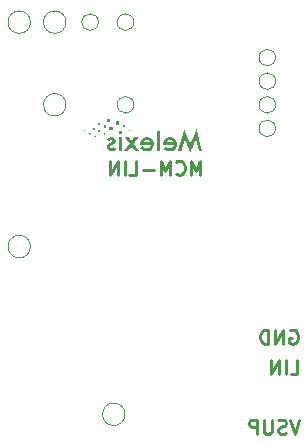
<source format=gbr>
%TF.GenerationSoftware,KiCad,Pcbnew,9.0.3-9.0.3-0~ubuntu24.04.1*%
%TF.CreationDate,2025-08-08T20:57:39+02:00*%
%TF.ProjectId,MCM-LIN,4d434d2d-4c49-44e2-9e6b-696361645f70,rev?*%
%TF.SameCoordinates,Original*%
%TF.FileFunction,Legend,Bot*%
%TF.FilePolarity,Positive*%
%FSLAX46Y46*%
G04 Gerber Fmt 4.6, Leading zero omitted, Abs format (unit mm)*
G04 Created by KiCad (PCBNEW 9.0.3-9.0.3-0~ubuntu24.04.1) date 2025-08-08 20:57:39*
%MOMM*%
%LPD*%
G01*
G04 APERTURE LIST*
%ADD10C,0.250000*%
%ADD11C,0.120000*%
%ADD12C,0.000000*%
G04 APERTURE END LIST*
D10*
X89721241Y-83462142D02*
X89321241Y-84662142D01*
X89321241Y-84662142D02*
X88921241Y-83462142D01*
X88578384Y-84605000D02*
X88406956Y-84662142D01*
X88406956Y-84662142D02*
X88121241Y-84662142D01*
X88121241Y-84662142D02*
X88006956Y-84605000D01*
X88006956Y-84605000D02*
X87949813Y-84547857D01*
X87949813Y-84547857D02*
X87892670Y-84433571D01*
X87892670Y-84433571D02*
X87892670Y-84319285D01*
X87892670Y-84319285D02*
X87949813Y-84205000D01*
X87949813Y-84205000D02*
X88006956Y-84147857D01*
X88006956Y-84147857D02*
X88121241Y-84090714D01*
X88121241Y-84090714D02*
X88349813Y-84033571D01*
X88349813Y-84033571D02*
X88464098Y-83976428D01*
X88464098Y-83976428D02*
X88521241Y-83919285D01*
X88521241Y-83919285D02*
X88578384Y-83805000D01*
X88578384Y-83805000D02*
X88578384Y-83690714D01*
X88578384Y-83690714D02*
X88521241Y-83576428D01*
X88521241Y-83576428D02*
X88464098Y-83519285D01*
X88464098Y-83519285D02*
X88349813Y-83462142D01*
X88349813Y-83462142D02*
X88064098Y-83462142D01*
X88064098Y-83462142D02*
X87892670Y-83519285D01*
X87378384Y-83462142D02*
X87378384Y-84433571D01*
X87378384Y-84433571D02*
X87321241Y-84547857D01*
X87321241Y-84547857D02*
X87264099Y-84605000D01*
X87264099Y-84605000D02*
X87149813Y-84662142D01*
X87149813Y-84662142D02*
X86921241Y-84662142D01*
X86921241Y-84662142D02*
X86806956Y-84605000D01*
X86806956Y-84605000D02*
X86749813Y-84547857D01*
X86749813Y-84547857D02*
X86692670Y-84433571D01*
X86692670Y-84433571D02*
X86692670Y-83462142D01*
X86121241Y-84662142D02*
X86121241Y-83462142D01*
X86121241Y-83462142D02*
X85664098Y-83462142D01*
X85664098Y-83462142D02*
X85549813Y-83519285D01*
X85549813Y-83519285D02*
X85492670Y-83576428D01*
X85492670Y-83576428D02*
X85435527Y-83690714D01*
X85435527Y-83690714D02*
X85435527Y-83862142D01*
X85435527Y-83862142D02*
X85492670Y-83976428D01*
X85492670Y-83976428D02*
X85549813Y-84033571D01*
X85549813Y-84033571D02*
X85664098Y-84090714D01*
X85664098Y-84090714D02*
X86121241Y-84090714D01*
X88978384Y-79582142D02*
X89549812Y-79582142D01*
X89549812Y-79582142D02*
X89549812Y-78382142D01*
X88578383Y-79582142D02*
X88578383Y-78382142D01*
X88006954Y-79582142D02*
X88006954Y-78382142D01*
X88006954Y-78382142D02*
X87321240Y-79582142D01*
X87321240Y-79582142D02*
X87321240Y-78382142D01*
X81328571Y-62742142D02*
X81328571Y-61542142D01*
X81328571Y-61542142D02*
X80928571Y-62399285D01*
X80928571Y-62399285D02*
X80528571Y-61542142D01*
X80528571Y-61542142D02*
X80528571Y-62742142D01*
X79271428Y-62627857D02*
X79328571Y-62685000D01*
X79328571Y-62685000D02*
X79499999Y-62742142D01*
X79499999Y-62742142D02*
X79614285Y-62742142D01*
X79614285Y-62742142D02*
X79785714Y-62685000D01*
X79785714Y-62685000D02*
X79899999Y-62570714D01*
X79899999Y-62570714D02*
X79957142Y-62456428D01*
X79957142Y-62456428D02*
X80014285Y-62227857D01*
X80014285Y-62227857D02*
X80014285Y-62056428D01*
X80014285Y-62056428D02*
X79957142Y-61827857D01*
X79957142Y-61827857D02*
X79899999Y-61713571D01*
X79899999Y-61713571D02*
X79785714Y-61599285D01*
X79785714Y-61599285D02*
X79614285Y-61542142D01*
X79614285Y-61542142D02*
X79499999Y-61542142D01*
X79499999Y-61542142D02*
X79328571Y-61599285D01*
X79328571Y-61599285D02*
X79271428Y-61656428D01*
X78757142Y-62742142D02*
X78757142Y-61542142D01*
X78757142Y-61542142D02*
X78357142Y-62399285D01*
X78357142Y-62399285D02*
X77957142Y-61542142D01*
X77957142Y-61542142D02*
X77957142Y-62742142D01*
X77385713Y-62285000D02*
X76471428Y-62285000D01*
X75328571Y-62742142D02*
X75899999Y-62742142D01*
X75899999Y-62742142D02*
X75899999Y-61542142D01*
X74928570Y-62742142D02*
X74928570Y-61542142D01*
X74357141Y-62742142D02*
X74357141Y-61542142D01*
X74357141Y-61542142D02*
X73671427Y-62742142D01*
X73671427Y-62742142D02*
X73671427Y-61542142D01*
X88921241Y-75899285D02*
X89035527Y-75842142D01*
X89035527Y-75842142D02*
X89206955Y-75842142D01*
X89206955Y-75842142D02*
X89378384Y-75899285D01*
X89378384Y-75899285D02*
X89492669Y-76013571D01*
X89492669Y-76013571D02*
X89549812Y-76127857D01*
X89549812Y-76127857D02*
X89606955Y-76356428D01*
X89606955Y-76356428D02*
X89606955Y-76527857D01*
X89606955Y-76527857D02*
X89549812Y-76756428D01*
X89549812Y-76756428D02*
X89492669Y-76870714D01*
X89492669Y-76870714D02*
X89378384Y-76985000D01*
X89378384Y-76985000D02*
X89206955Y-77042142D01*
X89206955Y-77042142D02*
X89092669Y-77042142D01*
X89092669Y-77042142D02*
X88921241Y-76985000D01*
X88921241Y-76985000D02*
X88864098Y-76927857D01*
X88864098Y-76927857D02*
X88864098Y-76527857D01*
X88864098Y-76527857D02*
X89092669Y-76527857D01*
X88349812Y-77042142D02*
X88349812Y-75842142D01*
X88349812Y-75842142D02*
X87664098Y-77042142D01*
X87664098Y-77042142D02*
X87664098Y-75842142D01*
X87092669Y-77042142D02*
X87092669Y-75842142D01*
X87092669Y-75842142D02*
X86806955Y-75842142D01*
X86806955Y-75842142D02*
X86635526Y-75899285D01*
X86635526Y-75899285D02*
X86521241Y-76013571D01*
X86521241Y-76013571D02*
X86464098Y-76127857D01*
X86464098Y-76127857D02*
X86406955Y-76356428D01*
X86406955Y-76356428D02*
X86406955Y-76527857D01*
X86406955Y-76527857D02*
X86464098Y-76756428D01*
X86464098Y-76756428D02*
X86521241Y-76870714D01*
X86521241Y-76870714D02*
X86635526Y-76985000D01*
X86635526Y-76985000D02*
X86806955Y-77042142D01*
X86806955Y-77042142D02*
X87092669Y-77042142D01*
D11*
%TO.C,TP11*%
X72700000Y-49800000D02*
G75*
G02*
X71300000Y-49800000I-700000J0D01*
G01*
X71300000Y-49800000D02*
G75*
G02*
X72700000Y-49800000I700000J0D01*
G01*
%TO.C,TP9*%
X75700000Y-49800000D02*
G75*
G02*
X74300000Y-49800000I-700000J0D01*
G01*
X74300000Y-49800000D02*
G75*
G02*
X75700000Y-49800000I700000J0D01*
G01*
%TO.C,TP6*%
X87700000Y-58800000D02*
G75*
G02*
X86300000Y-58800000I-700000J0D01*
G01*
X86300000Y-58800000D02*
G75*
G02*
X87700000Y-58800000I700000J0D01*
G01*
%TO.C,TP8*%
X66950000Y-68800000D02*
G75*
G02*
X65050000Y-68800000I-950000J0D01*
G01*
X65050000Y-68800000D02*
G75*
G02*
X66950000Y-68800000I950000J0D01*
G01*
%TO.C,TP2*%
X69950000Y-49800000D02*
G75*
G02*
X68050000Y-49800000I-950000J0D01*
G01*
X68050000Y-49800000D02*
G75*
G02*
X69950000Y-49800000I950000J0D01*
G01*
%TO.C,TP10*%
X74950000Y-83000000D02*
G75*
G02*
X73050000Y-83000000I-950000J0D01*
G01*
X73050000Y-83000000D02*
G75*
G02*
X74950000Y-83000000I950000J0D01*
G01*
%TO.C,TP7*%
X69950000Y-56800000D02*
G75*
G02*
X68050000Y-56800000I-950000J0D01*
G01*
X68050000Y-56800000D02*
G75*
G02*
X69950000Y-56800000I950000J0D01*
G01*
%TO.C,TP4*%
X87700000Y-52800000D02*
G75*
G02*
X86300000Y-52800000I-700000J0D01*
G01*
X86300000Y-52800000D02*
G75*
G02*
X87700000Y-52800000I700000J0D01*
G01*
%TO.C,TP1*%
X66950000Y-49800000D02*
G75*
G02*
X65050000Y-49800000I-950000J0D01*
G01*
X65050000Y-49800000D02*
G75*
G02*
X66950000Y-49800000I950000J0D01*
G01*
D12*
%TO.C,LOG1*%
G36*
X71603857Y-58995945D02*
G01*
X71507676Y-58995945D01*
X71507676Y-58907779D01*
X71603857Y-58907779D01*
X71603857Y-58995945D01*
G37*
G36*
X72389342Y-58915794D02*
G01*
X72229039Y-58915794D01*
X72229039Y-58755491D01*
X72389342Y-58755491D01*
X72389342Y-58915794D01*
G37*
G36*
X72846205Y-58507021D02*
G01*
X72645826Y-58507021D01*
X72645826Y-58298628D01*
X72846205Y-58298628D01*
X72846205Y-58507021D01*
G37*
G36*
X72846205Y-59132203D02*
G01*
X72669872Y-59132203D01*
X72669872Y-58955870D01*
X72846205Y-58955870D01*
X72846205Y-59132203D01*
G37*
G36*
X72902311Y-59637157D02*
G01*
X72830175Y-59637157D01*
X72830175Y-59573036D01*
X72902311Y-59573036D01*
X72902311Y-59637157D01*
G37*
G36*
X73375205Y-58731446D02*
G01*
X73142765Y-58731446D01*
X73142765Y-58499006D01*
X73375205Y-58499006D01*
X73375205Y-58731446D01*
G37*
G36*
X73295053Y-59316551D02*
G01*
X73158796Y-59316551D01*
X73158796Y-59172279D01*
X73295053Y-59172279D01*
X73295053Y-59316551D01*
G37*
G36*
X73695811Y-58242522D02*
G01*
X73415280Y-58242522D01*
X73415280Y-57961992D01*
X73695811Y-57961992D01*
X73695811Y-58242522D01*
G37*
G36*
X73904204Y-58939839D02*
G01*
X73623674Y-58939839D01*
X73623674Y-58659309D01*
X73904204Y-58659309D01*
X73904204Y-58939839D01*
G37*
G36*
X74681674Y-59260445D02*
G01*
X74409159Y-59260445D01*
X74409159Y-58987930D01*
X74681674Y-58987930D01*
X74681674Y-59260445D01*
G37*
G36*
X74681674Y-60703172D02*
G01*
X74409159Y-60703172D01*
X74409159Y-59557006D01*
X74681674Y-59557006D01*
X74681674Y-60703172D01*
G37*
G36*
X74954189Y-58707400D02*
G01*
X74777855Y-58707400D01*
X74777855Y-58531067D01*
X74954189Y-58531067D01*
X74954189Y-58707400D01*
G37*
G36*
X77903763Y-60703172D02*
G01*
X77631248Y-60703172D01*
X77631248Y-58987930D01*
X77903763Y-58987930D01*
X77903763Y-60703172D01*
G37*
G36*
X72517584Y-59565021D02*
G01*
X72356701Y-59565021D01*
X72361289Y-59408725D01*
X72439436Y-59406431D01*
X72517584Y-59404137D01*
X72517584Y-59565021D01*
G37*
G36*
X74433204Y-58483355D02*
G01*
X74294943Y-58481162D01*
X74156682Y-58478968D01*
X74154488Y-58340707D01*
X74152295Y-58202446D01*
X74433204Y-58202446D01*
X74433204Y-58483355D01*
G37*
G36*
X72032668Y-59192317D02*
G01*
X72035084Y-59243571D01*
X72035726Y-59268564D01*
X72035154Y-59292368D01*
X72033332Y-59305688D01*
X72025986Y-59311649D01*
X72006375Y-59315383D01*
X71972806Y-59316551D01*
X71916448Y-59316551D01*
X71916448Y-59187607D01*
X72032668Y-59192317D01*
G37*
G36*
X75401446Y-58963041D02*
G01*
X75402072Y-58988032D01*
X75401452Y-59011991D01*
X75399558Y-59025511D01*
X75398310Y-59027742D01*
X75389038Y-59032772D01*
X75369557Y-59034848D01*
X75337028Y-59034371D01*
X75278802Y-59032014D01*
X75278802Y-58911786D01*
X75399029Y-58911786D01*
X75401446Y-58963041D01*
G37*
G36*
X73875495Y-59543679D02*
G01*
X73946844Y-59567738D01*
X74011791Y-59604756D01*
X74068172Y-59654206D01*
X74100241Y-59695500D01*
X74130875Y-59755874D01*
X74148404Y-59821043D01*
X74152070Y-59887901D01*
X74141117Y-59953341D01*
X74138319Y-59962555D01*
X74121224Y-60005747D01*
X74098040Y-60044260D01*
X74067173Y-60079450D01*
X74027030Y-60112675D01*
X73976016Y-60145293D01*
X73912538Y-60178662D01*
X73835003Y-60214139D01*
X73821484Y-60220067D01*
X73780328Y-60238729D01*
X73742996Y-60256512D01*
X73713140Y-60271642D01*
X73694415Y-60282349D01*
X73679162Y-60293937D01*
X73655111Y-60319000D01*
X73638158Y-60345573D01*
X73631719Y-60368937D01*
X73631759Y-60371014D01*
X73640228Y-60399674D01*
X73661751Y-60427908D01*
X73693851Y-60452387D01*
X73706432Y-60459424D01*
X73729324Y-60469009D01*
X73754181Y-60473488D01*
X73787985Y-60474502D01*
X73828832Y-60471496D01*
X73868379Y-60460740D01*
X73907577Y-60440366D01*
X73951035Y-60408507D01*
X73985843Y-60380274D01*
X74091300Y-60431113D01*
X74107720Y-60439036D01*
X74143215Y-60456225D01*
X74172155Y-60470322D01*
X74191909Y-60480045D01*
X74199847Y-60484107D01*
X74200318Y-60487935D01*
X74192724Y-60502067D01*
X74176057Y-60524312D01*
X74151799Y-60552754D01*
X74121432Y-60585477D01*
X74072722Y-60630885D01*
X74008306Y-60675382D01*
X73937816Y-60706977D01*
X73858010Y-60727415D01*
X73834659Y-60730119D01*
X73799341Y-60731486D01*
X73763939Y-60730576D01*
X73692022Y-60720549D01*
X73620772Y-60697209D01*
X73555806Y-60659990D01*
X73494872Y-60607868D01*
X73471120Y-60582132D01*
X73428133Y-60520806D01*
X73400503Y-60455892D01*
X73388409Y-60387902D01*
X73392033Y-60317344D01*
X73399469Y-60281521D01*
X73417553Y-60229982D01*
X73444508Y-60183187D01*
X73481510Y-60140047D01*
X73529736Y-60099471D01*
X73590363Y-60060367D01*
X73664565Y-60021646D01*
X73753521Y-59982217D01*
X73777987Y-59971501D01*
X73828865Y-59944693D01*
X73867726Y-59917127D01*
X73892615Y-59890098D01*
X73898499Y-59879750D01*
X73901458Y-59863585D01*
X73896244Y-59841709D01*
X73894523Y-59836893D01*
X73880915Y-59814507D01*
X73859081Y-59799861D01*
X73826632Y-59791868D01*
X73781182Y-59789445D01*
X73756302Y-59789887D01*
X73727875Y-59792972D01*
X73703088Y-59800473D01*
X73674583Y-59814094D01*
X73651865Y-59826647D01*
X73622862Y-59844178D01*
X73600998Y-59859070D01*
X73574315Y-59879395D01*
X73552907Y-59859989D01*
X73540819Y-59849092D01*
X73518595Y-59829146D01*
X73490676Y-59804146D01*
X73460415Y-59777096D01*
X73389331Y-59713610D01*
X73424193Y-59682672D01*
X73439819Y-59669518D01*
X73488430Y-59634421D01*
X73543562Y-59601032D01*
X73599402Y-59572694D01*
X73650137Y-59552748D01*
X73722257Y-59536539D01*
X73799911Y-59533104D01*
X73875495Y-59543679D01*
G37*
G36*
X79333311Y-60004651D02*
G01*
X79344954Y-60096708D01*
X79343727Y-60190088D01*
X79329450Y-60281890D01*
X79301943Y-60369215D01*
X79278583Y-60419195D01*
X79228853Y-60496754D01*
X79167281Y-60565644D01*
X79095626Y-60624509D01*
X79015646Y-60671992D01*
X78929102Y-60706734D01*
X78837752Y-60727379D01*
X78831878Y-60728119D01*
X78797892Y-60730540D01*
X78757179Y-60731330D01*
X78717300Y-60730306D01*
X78702558Y-60729395D01*
X78601025Y-60715926D01*
X78508789Y-60689990D01*
X78424428Y-60650948D01*
X78346518Y-60598161D01*
X78273638Y-60530990D01*
X78256227Y-60512293D01*
X78235639Y-60489026D01*
X78221566Y-60471646D01*
X78216353Y-60462940D01*
X78217028Y-60461721D01*
X78226632Y-60452414D01*
X78245516Y-60436322D01*
X78270988Y-60415547D01*
X78300356Y-60392196D01*
X78330928Y-60368371D01*
X78360013Y-60346178D01*
X78384919Y-60327721D01*
X78402956Y-60315103D01*
X78411430Y-60310429D01*
X78413556Y-60311766D01*
X78424991Y-60321668D01*
X78443706Y-60339113D01*
X78466971Y-60361587D01*
X78482746Y-60376420D01*
X78543913Y-60422410D01*
X78609758Y-60453895D01*
X78682450Y-60471986D01*
X78700314Y-60474294D01*
X78773768Y-60474855D01*
X78843934Y-60461618D01*
X78908956Y-60435721D01*
X78966975Y-60398299D01*
X79016134Y-60350493D01*
X79054573Y-60293439D01*
X79080436Y-60228274D01*
X79088712Y-60198217D01*
X78157977Y-60198217D01*
X78162550Y-60112055D01*
X78172772Y-60019038D01*
X78186148Y-59965778D01*
X78463917Y-59965778D01*
X78758647Y-59965778D01*
X78825277Y-59965642D01*
X78886526Y-59965266D01*
X78940618Y-59964680D01*
X78985779Y-59963915D01*
X79020235Y-59963000D01*
X79042209Y-59961965D01*
X79049929Y-59960841D01*
X79048081Y-59955249D01*
X79037831Y-59938887D01*
X79021334Y-59917164D01*
X79001723Y-59893902D01*
X78982130Y-59872925D01*
X78965689Y-59858055D01*
X78950591Y-59847673D01*
X78921690Y-59830552D01*
X78891513Y-59815035D01*
X78870664Y-59805923D01*
X78850233Y-59799388D01*
X78827616Y-59795631D01*
X78798200Y-59793912D01*
X78757376Y-59793490D01*
X78748455Y-59793495D01*
X78710919Y-59793985D01*
X78683752Y-59795866D01*
X78662217Y-59799971D01*
X78641582Y-59807135D01*
X78617111Y-59818192D01*
X78591986Y-59831860D01*
X78547315Y-59864026D01*
X78507687Y-59902004D01*
X78478396Y-59941105D01*
X78463917Y-59965778D01*
X78186148Y-59965778D01*
X78194878Y-59931014D01*
X78229546Y-59850739D01*
X78277701Y-59776096D01*
X78340267Y-59704965D01*
X78408046Y-59645027D01*
X78484333Y-59595213D01*
X78565128Y-59560280D01*
X78651661Y-59539703D01*
X78745163Y-59532960D01*
X78766135Y-59533187D01*
X78852921Y-59540004D01*
X78930875Y-59557069D01*
X79003626Y-59585404D01*
X79074799Y-59626035D01*
X79097656Y-59642329D01*
X79145721Y-59683242D01*
X79193286Y-59731355D01*
X79235758Y-59781838D01*
X79268546Y-59829860D01*
X79272134Y-59836101D01*
X79308978Y-59916815D01*
X79321174Y-59960841D01*
X79333311Y-60004651D01*
G37*
G36*
X76063530Y-59587063D02*
G01*
X76056590Y-59596133D01*
X76039740Y-59617949D01*
X76015354Y-59649404D01*
X75984755Y-59688794D01*
X75949266Y-59734416D01*
X75910213Y-59784564D01*
X75868919Y-59837536D01*
X75835229Y-59880734D01*
X75797153Y-59929565D01*
X75763024Y-59973343D01*
X75734025Y-60010551D01*
X75711338Y-60039670D01*
X75696146Y-60059185D01*
X75689632Y-60067578D01*
X75689525Y-60069708D01*
X75695324Y-60081889D01*
X75709728Y-60104517D01*
X75732982Y-60137930D01*
X75765328Y-60182466D01*
X75807010Y-60238463D01*
X75858273Y-60306259D01*
X75919359Y-60386192D01*
X75923799Y-60391979D01*
X75970655Y-60453135D01*
X76014312Y-60510270D01*
X76053831Y-60562144D01*
X76088272Y-60607516D01*
X76116695Y-60645145D01*
X76138161Y-60673792D01*
X76151729Y-60692216D01*
X76156461Y-60699176D01*
X76156047Y-60699461D01*
X76145100Y-60700640D01*
X76121053Y-60701659D01*
X76086290Y-60702459D01*
X76043195Y-60702982D01*
X75994154Y-60703168D01*
X75831847Y-60703165D01*
X75675798Y-60502707D01*
X75654962Y-60476021D01*
X75618193Y-60429338D01*
X75585140Y-60387894D01*
X75557019Y-60353180D01*
X75535042Y-60326688D01*
X75520423Y-60309909D01*
X75514376Y-60304336D01*
X75513737Y-60304851D01*
X75505459Y-60314377D01*
X75489019Y-60334630D01*
X75465687Y-60364003D01*
X75436732Y-60400889D01*
X75403426Y-60443680D01*
X75367038Y-60490770D01*
X75359455Y-60500612D01*
X75322961Y-60547839D01*
X75289372Y-60591087D01*
X75260059Y-60628607D01*
X75236391Y-60658651D01*
X75219737Y-60679470D01*
X75211468Y-60689316D01*
X75205733Y-60694010D01*
X75197097Y-60697584D01*
X75183511Y-60700016D01*
X75162760Y-60701456D01*
X75132628Y-60702055D01*
X75090901Y-60701966D01*
X75035364Y-60701339D01*
X74872865Y-60699164D01*
X75109839Y-60390581D01*
X75114080Y-60385058D01*
X75160945Y-60323937D01*
X75204612Y-60266831D01*
X75244142Y-60214981D01*
X75278592Y-60169627D01*
X75307024Y-60132010D01*
X75328495Y-60103371D01*
X75342067Y-60084951D01*
X75346797Y-60077990D01*
X75346212Y-60076925D01*
X75338309Y-60065840D01*
X75321987Y-60043926D01*
X75298286Y-60012550D01*
X75268246Y-59973079D01*
X75232906Y-59926880D01*
X75193306Y-59875321D01*
X75150485Y-59819770D01*
X75135363Y-59800174D01*
X75093535Y-59745826D01*
X75055290Y-59695928D01*
X75021666Y-59651848D01*
X74993705Y-59614957D01*
X74972444Y-59586625D01*
X74958926Y-59568222D01*
X74954189Y-59561119D01*
X74954846Y-59560732D01*
X74966652Y-59559599D01*
X74991449Y-59558811D01*
X75026878Y-59558402D01*
X75070584Y-59558403D01*
X75120208Y-59558847D01*
X75286228Y-59561013D01*
X75396983Y-59705286D01*
X75413895Y-59727249D01*
X75444492Y-59766619D01*
X75471206Y-59800524D01*
X75492582Y-59827143D01*
X75507164Y-59844650D01*
X75513497Y-59851223D01*
X75516291Y-59849219D01*
X75527866Y-59836729D01*
X75546881Y-59814317D01*
X75571900Y-59783723D01*
X75601488Y-59746686D01*
X75634209Y-59704946D01*
X75749161Y-59557006D01*
X76086227Y-59557006D01*
X76063530Y-59587063D01*
G37*
G36*
X77373495Y-59974831D02*
G01*
X77379562Y-59997519D01*
X77383362Y-60020439D01*
X77385412Y-60047542D01*
X77386223Y-60082775D01*
X77386309Y-60130089D01*
X77386280Y-60142078D01*
X77385877Y-60186612D01*
X77384622Y-60220206D01*
X77381963Y-60247015D01*
X77377352Y-60271191D01*
X77370239Y-60296886D01*
X77360074Y-60328255D01*
X77324545Y-60412438D01*
X77274749Y-60492517D01*
X77213487Y-60563159D01*
X77142198Y-60623161D01*
X77062322Y-60671321D01*
X76975297Y-60706435D01*
X76882564Y-60727300D01*
X76862864Y-60729476D01*
X76806413Y-60731380D01*
X76743501Y-60728701D01*
X76680329Y-60721823D01*
X76623100Y-60711135D01*
X76556835Y-60692049D01*
X76484966Y-60661685D01*
X76418685Y-60621414D01*
X76354938Y-60569327D01*
X76290673Y-60503520D01*
X76252561Y-60460893D01*
X76352593Y-60385661D01*
X76373037Y-60370336D01*
X76405015Y-60346592D01*
X76430982Y-60327597D01*
X76448683Y-60314995D01*
X76455863Y-60310429D01*
X76457963Y-60311768D01*
X76469348Y-60321672D01*
X76488027Y-60339116D01*
X76511275Y-60361587D01*
X76527585Y-60376796D01*
X76591200Y-60423390D01*
X76659893Y-60455686D01*
X76732003Y-60473403D01*
X76805870Y-60476260D01*
X76879835Y-60463976D01*
X76952239Y-60436270D01*
X76980400Y-60420212D01*
X77030780Y-60380537D01*
X77073130Y-60332468D01*
X77104805Y-60279284D01*
X77123161Y-60224267D01*
X77128297Y-60198217D01*
X76202281Y-60198217D01*
X76206838Y-60112055D01*
X76209033Y-60078628D01*
X76216193Y-60019101D01*
X76228318Y-59965970D01*
X76230247Y-59960507D01*
X76509127Y-59960507D01*
X76509131Y-59960535D01*
X76517185Y-59961734D01*
X76539454Y-59962836D01*
X76574162Y-59963810D01*
X76619535Y-59964623D01*
X76673797Y-59965244D01*
X76735173Y-59965639D01*
X76801886Y-59965778D01*
X77094644Y-59965778D01*
X77081764Y-59940870D01*
X77062022Y-59911540D01*
X77028320Y-59876485D01*
X76987361Y-59844308D01*
X76943554Y-59818896D01*
X76937063Y-59815840D01*
X76913382Y-59805497D01*
X76892780Y-59798943D01*
X76870479Y-59795322D01*
X76841705Y-59793777D01*
X76801680Y-59793453D01*
X76754233Y-59794554D01*
X76711679Y-59799204D01*
X76676189Y-59808715D01*
X76643110Y-59824384D01*
X76607790Y-59847508D01*
X76591430Y-59861088D01*
X76569889Y-59882175D01*
X76547855Y-59906134D01*
X76528362Y-59929491D01*
X76514441Y-59948774D01*
X76509127Y-59960507D01*
X76230247Y-59960507D01*
X76247054Y-59912903D01*
X76274048Y-59853566D01*
X76287366Y-59827320D01*
X76305374Y-59796206D01*
X76325228Y-59768531D01*
X76350362Y-59739661D01*
X76384209Y-59704965D01*
X76384291Y-59704883D01*
X76457180Y-59641175D01*
X76532945Y-59592792D01*
X76613131Y-59559084D01*
X76699283Y-59539403D01*
X76792943Y-59533099D01*
X76864448Y-59536078D01*
X76931794Y-59546363D01*
X76995735Y-59565296D01*
X77062172Y-59594218D01*
X77088272Y-59607535D01*
X77119416Y-59625641D01*
X77147068Y-59645560D01*
X77175868Y-59670747D01*
X77210452Y-59704656D01*
X77242164Y-59737835D01*
X77281694Y-59784735D01*
X77312734Y-59830843D01*
X77338333Y-59880898D01*
X77361537Y-59939639D01*
X77364650Y-59948427D01*
X77370462Y-59965778D01*
X77373495Y-59974831D01*
G37*
G36*
X80204611Y-59461524D02*
G01*
X80225793Y-59512284D01*
X80264348Y-59604647D01*
X80301011Y-59692442D01*
X80335305Y-59774534D01*
X80366756Y-59849785D01*
X80394888Y-59917060D01*
X80419226Y-59975222D01*
X80439295Y-60023134D01*
X80454620Y-60059660D01*
X80464725Y-60083664D01*
X80469134Y-60094009D01*
X80478097Y-60114035D01*
X80488382Y-60094009D01*
X80489912Y-60090705D01*
X80497408Y-60073513D01*
X80510379Y-60043236D01*
X80528341Y-60001014D01*
X80550814Y-59947989D01*
X80577315Y-59885300D01*
X80607362Y-59814089D01*
X80640473Y-59735496D01*
X80676166Y-59650662D01*
X80713960Y-59560729D01*
X80753371Y-59466835D01*
X80774245Y-59417116D01*
X80812602Y-59325959D01*
X80848983Y-59239760D01*
X80882922Y-59159610D01*
X80913951Y-59086604D01*
X80941602Y-59021833D01*
X80965410Y-58966391D01*
X80984907Y-58921369D01*
X80999626Y-58887861D01*
X81009100Y-58866960D01*
X81012862Y-58859757D01*
X81014120Y-58863022D01*
X81019232Y-58880237D01*
X81027972Y-58911386D01*
X81040085Y-58955516D01*
X81055317Y-59011673D01*
X81073412Y-59078904D01*
X81094114Y-59156256D01*
X81117170Y-59242774D01*
X81142325Y-59337506D01*
X81169322Y-59439497D01*
X81197908Y-59547795D01*
X81227827Y-59661445D01*
X81258824Y-59779495D01*
X81500000Y-60699164D01*
X81367625Y-60701368D01*
X81355519Y-60701548D01*
X81304061Y-60701698D01*
X81265282Y-60700688D01*
X81240290Y-60698568D01*
X81230190Y-60695385D01*
X81229661Y-60694019D01*
X81225536Y-60680087D01*
X81217861Y-60652401D01*
X81206986Y-60612279D01*
X81193263Y-60561039D01*
X81177041Y-60500000D01*
X81158672Y-60430481D01*
X81138506Y-60353798D01*
X81116895Y-60271272D01*
X81094188Y-60184220D01*
X81086291Y-60153910D01*
X81063939Y-60068384D01*
X81042806Y-59987907D01*
X81023242Y-59913789D01*
X81005597Y-59847338D01*
X80990220Y-59789862D01*
X80977461Y-59742671D01*
X80967669Y-59707072D01*
X80961194Y-59684376D01*
X80958386Y-59675889D01*
X80958189Y-59675932D01*
X80953488Y-59684471D01*
X80943184Y-59706516D01*
X80927763Y-59740945D01*
X80907708Y-59786639D01*
X80883502Y-59842476D01*
X80855629Y-59907338D01*
X80824574Y-59980102D01*
X80790819Y-60059650D01*
X80754849Y-60144860D01*
X80717147Y-60234613D01*
X80711178Y-60248853D01*
X80673719Y-60337960D01*
X80638072Y-60422343D01*
X80604718Y-60500883D01*
X80574143Y-60572460D01*
X80546829Y-60635954D01*
X80523258Y-60690247D01*
X80503915Y-60734218D01*
X80489283Y-60766749D01*
X80479845Y-60786719D01*
X80476085Y-60793009D01*
X80476068Y-60792987D01*
X80472154Y-60784565D01*
X80462538Y-60762549D01*
X80447714Y-60728099D01*
X80428175Y-60682379D01*
X80404414Y-60626548D01*
X80376926Y-60561770D01*
X80346204Y-60489205D01*
X80312742Y-60410016D01*
X80277032Y-60325364D01*
X80239570Y-60236411D01*
X80238427Y-60233693D01*
X80201044Y-60145012D01*
X80165426Y-60060794D01*
X80132063Y-59982187D01*
X80101448Y-59910338D01*
X80074073Y-59846393D01*
X80050431Y-59791498D01*
X80031014Y-59746802D01*
X80016314Y-59713451D01*
X80006823Y-59692591D01*
X80003034Y-59685369D01*
X80002495Y-59686320D01*
X79998394Y-59699020D01*
X79990766Y-59725497D01*
X79979956Y-59764460D01*
X79966313Y-59814621D01*
X79950183Y-59874687D01*
X79931913Y-59943368D01*
X79911852Y-60019374D01*
X79890345Y-60101414D01*
X79867741Y-60188199D01*
X79859931Y-60218249D01*
X79837611Y-60303832D01*
X79816487Y-60384390D01*
X79796909Y-60458609D01*
X79779229Y-60525180D01*
X79763798Y-60582788D01*
X79750967Y-60630122D01*
X79741086Y-60665871D01*
X79734506Y-60688721D01*
X79731579Y-60697360D01*
X79726472Y-60698771D01*
X79707443Y-60700366D01*
X79677126Y-60701385D01*
X79638315Y-60701746D01*
X79593800Y-60701368D01*
X79461594Y-60699164D01*
X79696127Y-59805475D01*
X79709315Y-59755228D01*
X79739638Y-59639740D01*
X79768830Y-59528620D01*
X79796625Y-59422880D01*
X79822754Y-59323534D01*
X79846953Y-59231593D01*
X79868953Y-59148071D01*
X79888489Y-59073980D01*
X79905292Y-59010332D01*
X79919098Y-58958140D01*
X79929638Y-58918417D01*
X79936646Y-58892175D01*
X79939855Y-58880426D01*
X79949049Y-58849066D01*
X80204611Y-59461524D01*
G37*
D11*
%TO.C,TP3*%
X87700000Y-54800000D02*
G75*
G02*
X86300000Y-54800000I-700000J0D01*
G01*
X86300000Y-54800000D02*
G75*
G02*
X87700000Y-54800000I700000J0D01*
G01*
%TO.C,TP12*%
X75700000Y-56800000D02*
G75*
G02*
X74300000Y-56800000I-700000J0D01*
G01*
X74300000Y-56800000D02*
G75*
G02*
X75700000Y-56800000I700000J0D01*
G01*
%TO.C,TP5*%
X87700000Y-56800000D02*
G75*
G02*
X86300000Y-56800000I-700000J0D01*
G01*
X86300000Y-56800000D02*
G75*
G02*
X87700000Y-56800000I700000J0D01*
G01*
%TD*%
M02*

</source>
